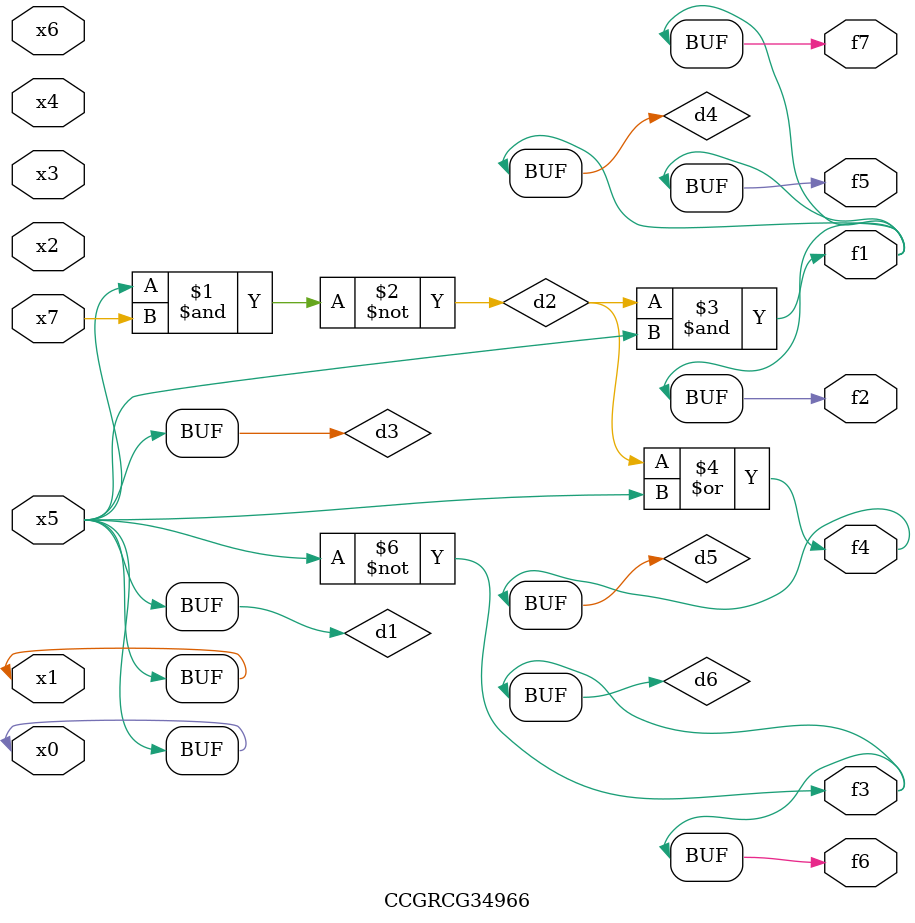
<source format=v>
module CCGRCG34966(
	input x0, x1, x2, x3, x4, x5, x6, x7,
	output f1, f2, f3, f4, f5, f6, f7
);

	wire d1, d2, d3, d4, d5, d6;

	buf (d1, x0, x5);
	nand (d2, x5, x7);
	buf (d3, x0, x1);
	and (d4, d2, d3);
	or (d5, d2, d3);
	nor (d6, d1, d3);
	assign f1 = d4;
	assign f2 = d4;
	assign f3 = d6;
	assign f4 = d5;
	assign f5 = d4;
	assign f6 = d6;
	assign f7 = d4;
endmodule

</source>
